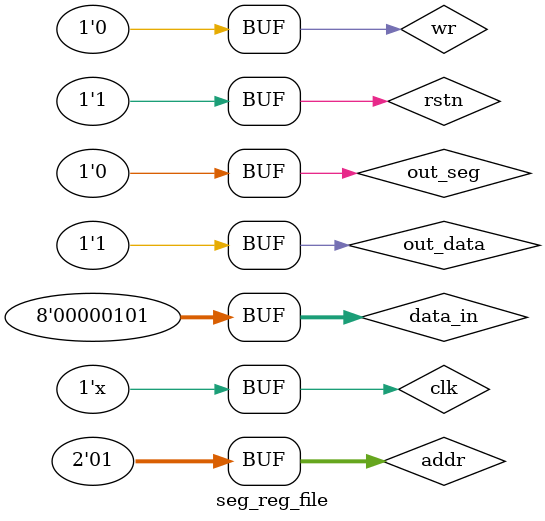
<source format=v>
module seg_reg_file;
reg clk;
reg rstn;
reg [7:0] data_in;
reg [1:0] addr;
reg wr;
reg out_data;
reg out_seg;
wire [7:0] data_out;
wire [7:0] seg_out;

always #5 clk=~clk;
initial begin
    clk = 0;
    rstn = 0;
    data_in = 1;
    addr = 1;
    wr = 0;
    out_data = 0;
    out_seg = 0;
    #5 rstn = 1;
    #10
        addr <= 1;
        wr <= 1;
        out_seg <= 0;
        out_data <= 0;
        data_in <= 9;
    #10
        addr <= 2;
        wr <= 1;
        out_seg <= 0;
        out_data <= 0;
        data_in <= 1;
    #10 
        addr <= 1;
        wr <= 0;
        out_seg <= 1;
        out_data <= 0;
        data_in <= 9;
    #10 
        addr <= 1;
        wr <= 0;
        out_seg <= 0;
        out_data <= 1;
        data_in <= 5;
end

SegRegFile m1(
    .clk(clk),
    .rstn(rstn),
    .data_in(data_in),
    .wr(wr),
    .out_seg(out_seg),
    .out_data(out_data),
    .addr(addr),
    .data_out(data_out),
    .seg_out(seg_out)
);
endmodule
</source>
